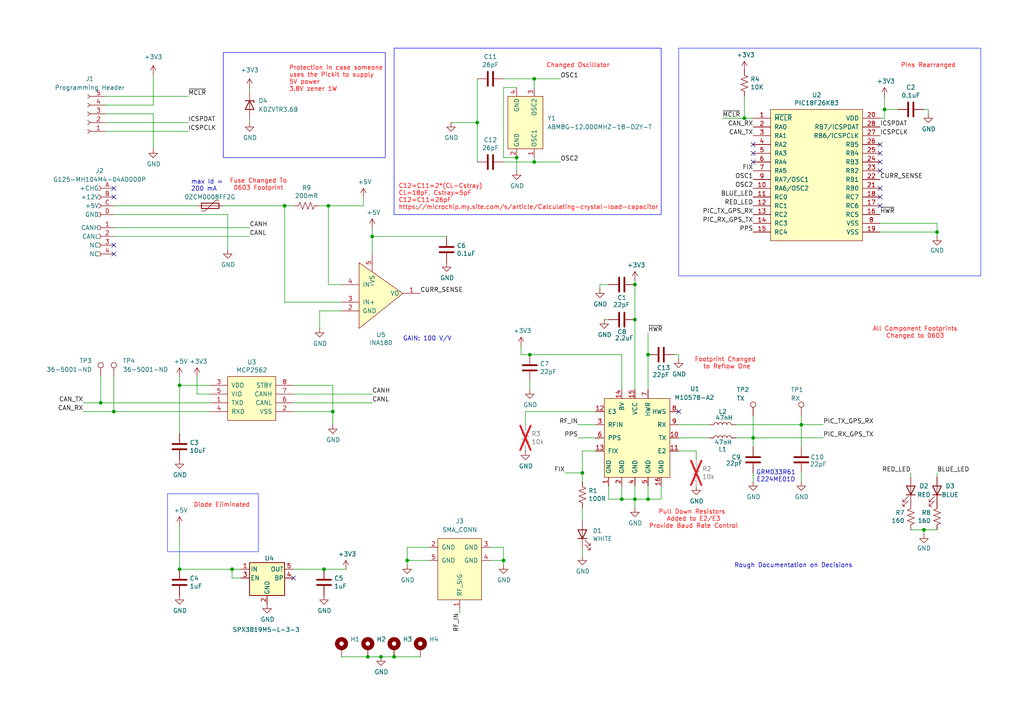
<source format=kicad_sch>
(kicad_sch (version 20250114) (generator "eeschema") (generator_version "9.0")
  (paper "A4")
  (title_block (title "GPS Board") (date "2025-11-09") (rev "AA") (company "Waterloo Rocketry") (comment 1 "Moved to new connector"))
  (lib_symbols
    (symbol "ABM8:ABM8"
      (property "Reference" "Y" (at 0 -6.858 0))
      (symbol "ABM8_1_1"
        (rectangle (start -7.62 5.08) (end 7.62 -5.08) (fill (type background)))
        (pin input line (at -10.16 2.54 0) (length 2.54) (name "OSC2") (number "3"))
        (pin input line (at -10.16 -2.54 0) (length 2.54) (name "GND") (number "4"))
        (pin input line (at 10.16 2.54 180) (length 2.54) (name "OSC1") (number "1"))
        (pin input line (at 10.16 -2.54 180) (length 2.54) (name "GND") (number "2"))
      )
    )
    (symbol "Connector:Conn_01x05_Socket" (pin_names (offset 1.016) (hide yes))
      (property "Reference" "J" (at 0 7.62 0))
      (property "Value" "Conn_01x05_Socket" (at 0 -7.62 0))
      (symbol "Conn_01x05_Socket_1_1"
        (polyline (pts (xy -1.27 5.08) (xy -0.508 5.08)) (stroke (width 0.1524)))
        (polyline (pts (xy -1.27 2.54) (xy -0.508 2.54)) (stroke (width 0.1524)))
        (polyline (pts (xy -1.27 0) (xy -0.508 0)) (stroke (width 0.1524)))
        (polyline (pts (xy -1.27 -2.54) (xy -0.508 -2.54)) (stroke (width 0.1524)))
        (polyline (pts (xy -1.27 -5.08) (xy -0.508 -5.08)) (stroke (width 0.1524)))
        (arc (start 0 4.572) (mid -0.5058 5.08) (end 0 5.588) (stroke (width 0.1524)))
        (arc (start 0 2.032) (mid -0.5058 2.54) (end 0 3.048) (stroke (width 0.1524)))
        (arc (start 0 -0.508) (mid -0.5058 0) (end 0 0.508) (stroke (width 0.1524)))
        (arc (start 0 -3.048) (mid -0.5058 -2.54) (end 0 -2.032) (stroke (width 0.1524)))
        (arc (start 0 -5.588) (mid -0.5058 -5.08) (end 0 -4.572) (stroke (width 0.1524)))
        (pin passive line (at -5.08 5.08 0) (length 3.81) (name "Pin_1") (number "1"))
        (pin passive line (at -5.08 2.54 0) (length 3.81) (name "Pin_2") (number "2"))
        (pin passive line (at -5.08 0 0) (length 3.81) (name "Pin_3") (number "3"))
        (pin passive line (at -5.08 -2.54 0) (length 3.81) (name "Pin_4") (number "4"))
        (pin passive line (at -5.08 -5.08 0) (length 3.81) (name "Pin_5") (number "5"))
      )
    )
    (symbol "Connector:TestPoint" (pin_numbers (hide yes)) (pin_names (offset 0.762) (hide yes))
      (property "Reference" "TP" (at 0 6.858 0))
      (property "Value" "TestPoint" (at 0 5.08 0))
      (symbol "TestPoint_0_1"
        (circle (center 0 3.302) (radius 0.762))
      )
      (symbol "TestPoint_1_1"
        (pin passive line (at 0 0 90) (length 2.54) (name "1") (number "1"))
      )
    )
    (symbol "Device:C" (pin_numbers (hide yes)) (pin_names (offset 0.254))
      (property "Reference" "C" (at 0.635 2.54 0))
      (property "Value" "C" (at 0.635 -2.54 0))
      (symbol "C_0_1"
        (polyline (pts (xy -2.032 0.762) (xy 2.032 0.762)) (stroke (width 0.508)))
        (polyline (pts (xy -2.032 -0.762) (xy 2.032 -0.762)) (stroke (width 0.508)))
      )
      (symbol "C_1_1"
        (pin passive line (at 0 3.81 270) (length 2.794) (name "~") (number "1"))
        (pin passive line (at 0 -3.81 90) (length 2.794) (name "~") (number "2"))
      )
    )
    (symbol "Device:D_Zener" (pin_numbers (hide yes)) (pin_names (offset 1.016) (hide yes))
      (property "Reference" "D" (at 0 2.54 0))
      (property "Value" "D_Zener" (at 0 -2.54 0))
      (symbol "D_Zener_0_1"
        (polyline (pts (xy -1.27 -1.27) (xy -1.27 1.27) (xy -0.762 1.27)) (stroke (width 0.254)))
        (polyline (pts (xy 1.27 0) (xy -1.27 0)))
        (polyline (pts (xy 1.27 -1.27) (xy 1.27 1.27) (xy -1.27 0) (xy 1.27 -1.27)) (stroke (width 0.254)))
      )
      (symbol "D_Zener_1_1"
        (pin passive line (at -3.81 0 0) (length 2.54) (name "K") (number "1"))
        (pin passive line (at 3.81 0 180) (length 2.54) (name "A") (number "2"))
      )
    )
    (symbol "Device:L" (pin_numbers (hide yes)) (pin_names (offset 1.016) (hide yes))
      (property "Reference" "L" (at -1.27 0 90))
      (property "Value" "L" (at 1.905 0 90))
      (symbol "L_0_1"
        (arc (start 0 2.54) (mid 0.6323 1.905) (end 0 1.27))
        (arc (start 0 1.27) (mid 0.6323 0.635) (end 0 0))
        (arc (start 0 0) (mid 0.6323 -0.635) (end 0 -1.27))
        (arc (start 0 -1.27) (mid 0.6323 -1.905) (end 0 -2.54))
      )
      (symbol "L_1_1"
        (pin passive line (at 0 3.81 270) (length 1.27) (name "1") (number "1"))
        (pin passive line (at 0 -3.81 90) (length 1.27) (name "2") (number "2"))
      )
    )
    (symbol "Device:LED" (pin_numbers (hide yes)) (pin_names (offset 1.016) (hide yes))
      (property "Reference" "D" (at 0 2.54 0))
      (property "Value" "LED" (at 0 -2.54 0))
      (symbol "LED_0_1"
        (polyline (pts (xy -3.048 -0.762) (xy -4.572 -2.286) (xy -3.81 -2.286) (xy -4.572 -2.286) (xy -4.572 -1.524)))
        (polyline (pts (xy -1.778 -0.762) (xy -3.302 -2.286) (xy -2.54 -2.286) (xy -3.302 -2.286) (xy -3.302 -1.524)))
        (polyline (pts (xy -1.27 0) (xy 1.27 0)))
        (polyline (pts (xy -1.27 -1.27) (xy -1.27 1.27)) (stroke (width 0.254)))
        (polyline (pts (xy 1.27 -1.27) (xy 1.27 1.27) (xy -1.27 0) (xy 1.27 -1.27)) (stroke (width 0.254)))
      )
      (symbol "LED_1_1"
        (pin passive line (at -3.81 0 0) (length 2.54) (name "K") (number "1"))
        (pin passive line (at 3.81 0 180) (length 2.54) (name "A") (number "2"))
      )
    )
    (symbol "Device:Polyfuse" (pin_numbers (hide yes)) (pin_names (offset 0))
      (property "Reference" "F" (at -2.54 0 90))
      (property "Value" "Polyfuse" (at 2.54 0 90))
      (symbol "Polyfuse_0_1"
        (polyline (pts (xy -1.524 2.54) (xy -1.524 1.524) (xy 1.524 -1.524) (xy 1.524 -2.54)))
        (rectangle (start -0.762 2.54) (end 0.762 -2.54) (stroke (width 0.254)))
        (polyline (pts (xy 0 2.54) (xy 0 -2.54)))
      )
      (symbol "Polyfuse_1_1"
        (pin passive line (at 0 3.81 270) (length 1.27) (name "~") (number "1"))
        (pin passive line (at 0 -3.81 90) (length 1.27) (name "~") (number "2"))
      )
    )
    (symbol "Device:R_US" (pin_numbers (hide yes)) (pin_names (offset 0))
      (property "Reference" "R" (at 2.54 0 90))
      (property "Value" "R_US" (at -2.54 0 90))
      (symbol "R_US_0_1"
        (polyline (pts (xy 0 2.286) (xy 0 2.54)))
        (polyline (pts (xy 0 2.286) (xy 1.016 1.905) (xy 0 1.524) (xy -1.016 1.143) (xy 0 0.762)))
        (polyline (pts (xy 0 0.762) (xy 1.016 0.381) (xy 0 0) (xy -1.016 -0.381) (xy 0 -0.762)))
        (polyline (pts (xy 0 -0.762) (xy 1.016 -1.143) (xy 0 -1.524) (xy -1.016 -1.905) (xy 0 -2.286)))
        (polyline (pts (xy 0 -2.286) (xy 0 -2.54)))
      )
      (symbol "R_US_1_1"
        (pin passive line (at 0 3.81 270) (length 1.27) (name "~") (number "1"))
        (pin passive line (at 0 -3.81 90) (length 1.27) (name "~") (number "2"))
      )
    )
    (symbol "Mechanical:MountingHole_Pad" (pin_numbers (hide yes)) (pin_names (offset 1.016) (hide yes)) (in_bom no)
      (property "Reference" "H" (at 0 6.35 0))
      (property "Value" "MountingHole_Pad" (at 0 4.445 0))
      (symbol "MountingHole_Pad_0_1"
        (circle (center 0 1.27) (radius 1.27) (stroke (width 1.27)))
      )
      (symbol "MountingHole_Pad_1_1"
        (pin input line (at 0 -2.54 90) (length 2.54) (name "1") (number "1"))
      )
    )
    (symbol "Regulator_Linear:SPX3819M5-L-3-3" (pin_names (offset 0.254))
      (property "Reference" "U" (at -3.81 5.715 0))
      (property "Value" "SPX3819M5-L-3-3" (at 0 5.715 0))
      (symbol "SPX3819M5-L-3-3_0_1"
        (rectangle (start -5.08 4.445) (end 5.08 -5.08) (stroke (width 0.254)) (fill (type background)))
      )
      (symbol "SPX3819M5-L-3-3_1_1"
        (pin power_in line (at -7.62 2.54 0) (length 2.54) (name "IN") (number "1"))
        (pin input line (at -7.62 0 0) (length 2.54) (name "EN") (number "3"))
        (pin power_in line (at 0 -7.62 90) (length 2.54) (name "GND") (number "2"))
        (pin power_out line (at 7.62 2.54 180) (length 2.54) (name "OUT") (number "5"))
        (pin input line (at 7.62 0 180) (length 2.54) (name "BP") (number "4"))
      )
    )
    (symbol "canhw:G125-MH104M4-04AD000P"
      (property "Reference" "J" (at 0 2.032 0))
      (property "Value" "G125-MH104M4-04AD000P" (at 0 0 0))
      (symbol "G125-MH104M4-04AD000P_0_1"
        (arc (start -1.905 -3.175) (mid -1.27 -3.81) (end -1.905 -4.445))
        (arc (start -1.905 -5.715) (mid -1.27 -6.35) (end -1.905 -6.985))
        (arc (start -1.905 -8.255) (mid -1.27 -8.89) (end -1.905 -9.525))
        (arc (start -1.905 -10.795) (mid -1.27 -11.43) (end -1.905 -12.065))
        (arc (start -1.905 -14.605) (mid -1.27 -15.24) (end -1.905 -15.875))
        (arc (start -1.905 -17.145) (mid -1.27 -17.78) (end -1.905 -18.415))
        (arc (start -1.905 -19.685) (mid -1.27 -20.32) (end -1.905 -20.955))
        (arc (start -1.905 -22.225) (mid -1.27 -22.86) (end -1.905 -23.495))
      )
      (symbol "G125-MH104M4-04AD000P_1_1"
        (pin input line (at 2.54 -3.81 180) (length 3.81) (name "+CHG") (number "A"))
        (pin input line (at 2.54 -6.35 180) (length 3.81) (name "+12V") (number "B"))
        (pin input line (at 2.54 -8.89 180) (length 3.81) (name "+5V") (number "C"))
        (pin input line (at 2.54 -11.43 180) (length 3.81) (name "GND") (number "D"))
        (pin input line (at 2.54 -15.24 180) (length 3.81) (name "CANH") (number "1"))
        (pin input line (at 2.54 -17.78 180) (length 3.81) (name "CANL") (number "2"))
        (pin input line (at 2.54 -20.32 180) (length 3.81) (name "NC") (number "3"))
        (pin input line (at 2.54 -22.86 180) (length 3.81) (name "NC") (number "4"))
      )
    )
    (symbol "canhw:INA180" (pin_names (offset 1.016))
      (property "Reference" "U" (at -5.08 13.97 0))
      (property "Value" "INA180" (at -11.43 15.24 0))
      (symbol "INA180_0_1"
        (polyline (pts (xy -7.62 8.89) (xy -7.62 -10.16) (xy 5.08 0)) (fill (type background)))
        (polyline (pts (xy 5.08 0) (xy -7.62 8.89)))
      )
      (symbol "INA180_1_1"
        (pin input line (at -12.7 2.54 0) (length 5.08) (name "IN-") (number "4"))
        (pin input line (at -12.7 -2.54 0) (length 5.08) (name "IN+") (number "3"))
        (pin power_in line (at -12.7 -5.08 0) (length 5.08) (name "GND") (number "2"))
        (pin power_in line (at -3.81 11.43 270) (length 5.08) (name "VS") (number "5"))
        (pin output line (at 10.16 0 180) (length 5.08) (name "VO") (number "1"))
      )
    )
    (symbol "canhw:M10578-A2" (pin_names (offset 1.016))
      (property "Reference" "U" (at 0 17.78 0))
      (property "Value" "M10578-A2" (at 0 15.24 0))
      (symbol "M10578-A2_0_1"
        (rectangle (start -8.89 8.89) (end 10.16 -13.97) (fill (type background)))
      )
      (symbol "M10578-A2_1_1"
        (pin input line (at -11.43 5.08 0) (length 2.54) (name "E3") (number "12"))
        (pin input line (at -11.43 1.27 0) (length 2.54) (name "RFIN") (number "3"))
        (pin input line (at -11.43 -2.54 0) (length 2.54) (name "PPS") (number "6"))
        (pin input line (at -11.43 -6.35 0) (length 2.54) (name "FIX") (number "13"))
        (pin input line (at -7.62 -16.51 90) (length 2.54) (name "GND") (number "1"))
        (pin input line (at -3.81 11.43 270) (length 2.54) (name "BV") (number "14"))
        (pin input line (at -3.81 -16.51 90) (length 2.54) (name "GND") (number "2"))
        (pin input line (at 0 11.43 270) (length 2.54) (name "VCC") (number "15"))
        (pin input line (at 0 -16.51 90) (length 2.54) (name "GND") (number "4"))
        (pin input line (at 3.81 11.43 270) (length 2.54) (name "HWR") (number "7"))
        (pin input line (at 3.81 -16.51 90) (length 2.54) (name "GND") (number "5"))
        (pin input line (at 7.62 -16.51 90) (length 2.54) (name "GND") (number "16"))
        (pin input line (at 12.7 5.08 180) (length 2.54) (name "HWS") (number "8"))
        (pin input line (at 12.7 1.27 180) (length 2.54) (name "RX") (number "9"))
        (pin input line (at 12.7 -2.54 180) (length 2.54) (name "TX") (number "10"))
        (pin input line (at 12.7 -6.35 180) (length 2.54) (name "E2") (number "11"))
      )
    )
    (symbol "canhw:MCP2562" (pin_names (offset 1.016))
      (property "Reference" "U" (at 5.08 3.81 0))
      (property "Value" "MCP2562" (at -3.81 3.81 0))
      (symbol "MCP2562_0_1"
        (rectangle (start -7.62 2.54) (end 6.35 -10.16) (fill (type background)))
      )
      (symbol "MCP2562_1_1"
        (pin power_in line (at -12.7 0 0) (length 5.08) (name "VDD") (number "3"))
        (pin bidirectional line (at -12.7 -2.54 0) (length 5.08) (name "VIO") (number "5"))
        (pin bidirectional line (at -12.7 -5.08 0) (length 5.08) (name "TXD") (number "1"))
        (pin bidirectional line (at -12.7 -7.62 0) (length 5.08) (name "RXD") (number "4"))
        (pin bidirectional line (at 11.43 0 180) (length 5.08) (name "STBY") (number "8"))
        (pin bidirectional line (at 11.43 -2.54 180) (length 5.08) (name "CANH") (number "7"))
        (pin bidirectional line (at 11.43 -5.08 180) (length 5.08) (name "CANL") (number "6"))
        (pin power_in line (at 11.43 -7.62 180) (length 5.08) (name "VSS") (number "2"))
      )
    )
    (symbol "canhw:PIC18LF26K83" (pin_names (offset 1.016))
      (property "Reference" "U" (at 0 22.86 0))
      (property "Value" "PIC18LF26K83" (at 0 20.32 0))
      (symbol "PIC18LF26K83_1_1"
        (rectangle (start -13.97 17.78) (end 12.7 -20.32) (fill (type background)))
        (pin input line (at -19.05 15.24 0) (length 5.08) (name "~{MCLR}") (number "1"))
        (pin bidirectional line (at -19.05 12.7 0) (length 5.08) (name "RA0") (number "2"))
        (pin bidirectional line (at -19.05 10.16 0) (length 5.08) (name "RA1") (number "3"))
        (pin bidirectional line (at -19.05 7.62 0) (length 5.08) (name "RA2") (number "4"))
        (pin bidirectional line (at -19.05 5.08 0) (length 5.08) (name "RA3") (number "5"))
        (pin bidirectional line (at -19.05 2.54 0) (length 5.08) (name "RA4") (number "6"))
        (pin bidirectional line (at -19.05 0 0) (length 5.08) (name "RA5") (number "7"))
        (pin bidirectional line (at -19.05 -2.54 0) (length 5.08) (name "RA7/OSC1") (number "9"))
        (pin bidirectional line (at -19.05 -5.08 0) (length 5.08) (name "RA6/OSC2") (number "10"))
        (pin bidirectional line (at -19.05 -7.62 0) (length 5.08) (name "RC0") (number "11"))
        (pin bidirectional line (at -19.05 -10.16 0) (length 5.08) (name "RC1") (number "12"))
        (pin bidirectional line (at -19.05 -12.7 0) (length 5.08) (name "RC2") (number "13"))
        (pin bidirectional line (at -19.05 -15.24 0) (length 5.08) (name "RC3") (number "14"))
        (pin bidirectional line (at -19.05 -17.78 0) (length 5.08) (name "RC4") (number "15"))
        (pin power_in line (at 17.78 15.24 180) (length 5.08) (name "VDD") (number "20"))
        (pin bidirectional line (at 17.78 12.7 180) (length 5.08) (name "RB7/ICSPDAT") (number "28"))
        (pin bidirectional line (at 17.78 10.16 180) (length 5.08) (name "RB6/ICSPCLK") (number "27"))
        (pin bidirectional line (at 17.78 7.62 180) (length 5.08) (name "RB5") (number "26"))
        (pin bidirectional line (at 17.78 5.08 180) (length 5.08) (name "RB4") (number "25"))
        (pin bidirectional line (at 17.78 2.54 180) (length 5.08) (name "RB3") (number "24"))
        (pin bidirectional line (at 17.78 0 180) (length 5.08) (name "RB2") (number "23"))
        (pin bidirectional line (at 17.78 -2.54 180) (length 5.08) (name "RB1") (number "22"))
        (pin bidirectional line (at 17.78 -5.08 180) (length 5.08) (name "RB0") (number "21"))
        (pin bidirectional line (at 17.78 -7.62 180) (length 5.08) (name "RC7") (number "18"))
        (pin bidirectional line (at 17.78 -10.16 180) (length 5.08) (name "RC6") (number "17"))
        (pin bidirectional line (at 17.78 -12.7 180) (length 5.08) (name "RC5") (number "16"))
        (pin power_in line (at 17.78 -15.24 180) (length 5.08) (name "VSS") (number "8"))
        (pin power_in line (at 17.78 -17.78 180) (length 5.08) (name "VSS") (number "19"))
      )
    )
    (symbol "canhw:SMA_CONN" (pin_names (offset 1.016))
      (property "Reference" "J" (at 0 12.954 0))
      (property "Value" "SMA_CONN" (at 0 10.414 0))
      (symbol "SMA_CONN_0_1"
        (rectangle (start -6.35 8.89) (end 6.35 -8.89) (fill (type background)))
      )
      (symbol "SMA_CONN_1_1"
        (pin input line (at -8.89 6.35 0) (length 2.54) (name "GND") (number "2"))
        (pin input line (at -8.89 2.54 0) (length 2.54) (name "GND") (number "5"))
        (pin input line (at 0 -11.43 90) (length 2.54) (name "RF_SIG") (number "1"))
        (pin input line (at 8.89 6.35 180) (length 2.54) (name "GND") (number "3"))
        (pin input line (at 8.89 2.54 180) (length 2.54) (name "GND") (number "4"))
      )
    )
    (symbol "power:+3V3" (power) (pin_numbers (hide yes)) (pin_names (offset 0) (hide yes))
      (property "Value" "+3V3" (at 0 3.556 0))
      (symbol "+3V3_0_1"
        (polyline (pts (xy -0.762 1.27) (xy 0 2.54)))
        (polyline (pts (xy 0 2.54) (xy 0.762 1.27)))
        (polyline (pts (xy 0 0) (xy 0 2.54)))
      )
      (symbol "+3V3_1_1"
        (pin power_in line (at 0 0 90) (length 0) (name "~") (number "1"))
      )
    )
    (symbol "power:+5V" (power) (pin_numbers (hide yes)) (pin_names (offset 0) (hide yes))
      (property "Value" "+5V" (at 0 3.556 0))
      (symbol "+5V_0_1"
        (polyline (pts (xy -0.762 1.27) (xy 0 2.54)))
        (polyline (pts (xy 0 2.54) (xy 0.762 1.27)))
        (polyline (pts (xy 0 0) (xy 0 2.54)))
      )
      (symbol "+5V_1_1"
        (pin power_in line (at 0 0 90) (length 0) (name "~") (number "1"))
      )
    )
    (symbol "power:GND" (power) (pin_numbers (hide yes)) (pin_names (offset 0) (hide yes))
      (property "Value" "GND" (at 0 -3.81 0))
      (symbol "GND_0_1"
        (polyline (pts (xy 0 0) (xy 0 -1.27) (xy 1.27 -1.27) (xy 0 -2.54) (xy -1.27 -1.27) (xy 0 -1.27)))
      )
      (symbol "GND_1_1"
        (pin power_in line (at 0 0 270) (length 0) (name "~") (number "1"))
      )
    )
  )
  (rectangle (start 48.5775 143.1925) (end 74.9299 160.0199) (stroke (width 0) (color 36 52 255 1)))
  (rectangle (start 196.85 13.97) (end 284.48 80.01) (stroke (width 0) (color 36 52 255 1)))
  (rectangle (start 114.3 13.97) (end 191.77 62.23) (stroke (width 0) (color 0 0 255 1)))
  (rectangle (start 64.77 15.24) (end 111.76 45.72) (stroke (width 0) (color 0 0 255 1)))
  (text "Pull Down Resistors \nAdded to E2/E3\nProvide Baud Rate Control\n" (at 201.168 150.622 0) (effects (font (size 1.27 1.27))))
  (text "GAIN: 100 V/V" (at 116.84 99.06 0) (effects (font (size 1.27 1.27)) (justify left bottom)))
  (text "Changed Oscillator\n" (at 167.64 19.05 0) (effects (font (size 1.27 1.27))))
  (text "Diode Eliminated\n" (at 56.134 146.558 0) (effects (font (size 1.27 1.27)) (justify left)))
  (text "Rough Documentation on Decisions" (at 230.124 164.084 0) (effects (font (size 1.27 1.27))))
  (text "Fuse Changed To \n0603 Footprint \n" (at 75.438 53.594 0) (effects (font (size 1.27 1.27))))
  (text "All Component Footprints\nChanged to 0603" (at 265.43 96.52 0) (effects (font (size 1.27 1.27))))
  (text "Protection in case someone \nuses the Pickit to supply \n5V power\n3.8V zener 1W\n" (at 83.82 22.86 0) (effects (font (size 1.27 1.27)) (justify left)))
  (text "Footprint Changed \nto Reflow One\n" (at 210.82 105.41 0) (effects (font (size 1.27 1.27))))
  (text "C12=C11=2*(CL-Cstray)\nCL=18pF, Cstray=5pF\nC12=C11=26pF\nhttps://microchip.my.site.com/s/article/Calculating-crystal-load-capacitor" (at 115.57 57.15 0) (effects (font (size 1.27 1.27)) (justify left)))
  (text "max Id =\n200 mA" (at 55.372 55.626 0) (effects (font (size 1.27 1.27)) (justify left bottom)))
  (text "Pins Rearranged" (at 269.24 19.05 0) (effects (font (size 1.27 1.27))))
  (text "GRM033R61\nE224ME01D" (at 225.044 138.176 0) (effects (font (size 1.27 1.27))))
  (junction (at 118.11 162.56))
  (junction (at 271.78 67.31))
  (junction (at 184.15 92.71))
  (junction (at 114.3 190.5))
  (junction (at 168.91 137.16))
  (junction (at 106.68 190.5))
  (junction (at 256.54 31.75))
  (junction (at 52.07 111.76))
  (junction (at 267.97 153.67))
  (junction (at 95.25 59.69))
  (junction (at 52.07 165.1))
  (junction (at 93.98 165.1))
  (junction (at 153.67 102.87))
  (junction (at 33.02 119.38))
  (junction (at 154.94 22.86))
  (junction (at 82.55 59.69))
  (junction (at 187.96 102.87))
  (junction (at 110.49 190.5))
  (junction (at 184.15 144.78))
  (junction (at 232.41 123.19))
  (junction (at 149.86 45.72))
  (junction (at 184.15 82.55))
  (junction (at 215.9 34.29))
  (junction (at 218.44 127))
  (junction (at 146.05 162.56))
  (junction (at 138.43 35.56))
  (junction (at 154.94 46.99))
  (junction (at 96.52 119.38))
  (junction (at 180.34 144.78))
  (junction (at 29.21 116.84))
  (junction (at 67.31 165.1))
  (junction (at 187.96 144.78))
  (junction (at 107.95 68.58))
  (no_connect (at 255.27 54.61))
  (no_connect (at 196.85 119.38))
  (no_connect (at 255.27 46.99))
  (no_connect (at 255.27 49.53))
  (no_connect (at 33.02 71.12))
  (no_connect (at 33.02 54.61))
  (no_connect (at 255.27 41.91))
  (no_connect (at 255.27 44.45))
  (no_connect (at 218.44 46.99))
  (no_connect (at 218.44 44.45))
  (no_connect (at 33.02 73.66))
  (no_connect (at 218.44 41.91))
  (no_connect (at 85.09 167.64))
  (no_connect (at 255.27 57.15))
  (no_connect (at 33.02 57.15))
  (no_connect (at 255.27 59.69))
  (wire (pts (xy 72.39 34.29) (xy 72.39 35.56)))
  (wire (pts (xy 154.94 22.86) (xy 162.56 22.86)))
  (wire (pts (xy 176.53 92.71) (xy 175.26 92.71)))
  (wire (pts (xy 218.44 137.16) (xy 218.44 139.7)))
  (wire (pts (xy 172.72 127) (xy 167.64 127)))
  (wire (pts (xy 201.93 130.81) (xy 201.93 133.35)))
  (wire (pts (xy 133.35 176.53) (xy 133.35 177.8)))
  (wire (pts (xy 99.06 87.63) (xy 82.55 87.63)))
  (wire (pts (xy 215.9 27.94) (xy 215.9 34.29)))
  (wire (pts (xy 99.06 82.55) (xy 95.25 82.55)))
  (wire (pts (xy 154.94 22.86) (xy 154.94 25.4)))
  (wire (pts (xy 187.96 144.78) (xy 191.77 144.78)))
  (wire (pts (xy 195.58 102.87) (xy 196.85 102.87)))
  (wire (pts (xy 66.04 62.23) (xy 66.04 72.39)))
  (wire (pts (xy 100.33 165.1) (xy 93.98 165.1)))
  (wire (pts (xy 60.96 116.84) (xy 29.21 116.84)))
  (wire (pts (xy 72.39 66.04) (xy 33.02 66.04)))
  (wire (pts (xy 269.24 31.75) (xy 269.24 33.02)))
  (wire (pts (xy 82.55 59.69) (xy 85.09 59.69)))
  (wire (pts (xy 256.54 34.29) (xy 256.54 31.75)))
  (wire (pts (xy 151.13 100.33) (xy 151.13 102.87)))
  (wire (pts (xy 82.55 87.63) (xy 82.55 59.69)))
  (wire (pts (xy 180.34 102.87) (xy 180.34 113.03)))
  (wire (pts (xy 176.53 140.97) (xy 176.53 144.78)))
  (wire (pts (xy 154.94 46.99) (xy 162.56 46.99)))
  (wire (pts (xy 267.97 31.75) (xy 269.24 31.75)))
  (wire (pts (xy 67.31 167.64) (xy 69.85 167.64)))
  (wire (pts (xy 232.41 137.16) (xy 232.41 139.7)))
  (wire (pts (xy 168.91 158.75) (xy 168.91 161.29)))
  (wire (pts (xy 168.91 137.16) (xy 168.91 139.7)))
  (wire (pts (xy 33.02 59.69) (xy 57.15 59.69)))
  (wire (pts (xy 85.09 111.76) (xy 96.52 111.76)))
  (wire (pts (xy 107.95 66.04) (xy 107.95 68.58)))
  (wire (pts (xy 106.68 190.5) (xy 110.49 190.5)))
  (wire (pts (xy 44.45 21.59) (xy 44.45 30.48)))
  (wire (pts (xy 44.45 33.02) (xy 44.45 43.18)))
  (wire (pts (xy 232.41 123.19) (xy 238.76 123.19)))
  (wire (pts (xy 151.13 102.87) (xy 153.67 102.87)))
  (wire (pts (xy 187.96 96.52) (xy 187.96 102.87)))
  (wire (pts (xy 30.48 27.94) (xy 54.61 27.94)))
  (wire (pts (xy 264.16 137.16) (xy 264.16 138.43)))
  (wire (pts (xy 64.77 59.69) (xy 82.55 59.69)))
  (wire (pts (xy 153.67 110.49) (xy 153.67 113.03)))
  (wire (pts (xy 149.86 25.4) (xy 146.05 25.4)))
  (wire (pts (xy 187.96 144.78) (xy 184.15 144.78)))
  (wire (pts (xy 209.55 34.29) (xy 215.9 34.29)))
  (wire (pts (xy 173.99 82.55) (xy 173.99 83.82)))
  (wire (pts (xy 196.85 102.87) (xy 196.85 104.14)))
  (wire (pts (xy 67.31 167.64) (xy 67.31 165.1)))
  (wire (pts (xy 33.02 62.23) (xy 66.04 62.23)))
  (wire (pts (xy 107.95 68.58) (xy 107.95 73.66)))
  (wire (pts (xy 184.15 147.32) (xy 184.15 144.78)))
  (wire (pts (xy 168.91 130.81) (xy 172.72 130.81)))
  (wire (pts (xy 92.71 90.17) (xy 99.06 90.17)))
  (wire (pts (xy 255.27 64.77) (xy 271.78 64.77)))
  (wire (pts (xy 163.83 137.16) (xy 168.91 137.16)))
  (wire (pts (xy 271.78 153.67) (xy 267.97 153.67)))
  (wire (pts (xy 191.77 140.97) (xy 191.77 144.78)))
  (wire (pts (xy 267.97 154.94) (xy 267.97 153.67)))
  (wire (pts (xy 142.24 158.75) (xy 146.05 158.75)))
  (wire (pts (xy 213.36 127) (xy 218.44 127)))
  (wire (pts (xy 267.97 153.67) (xy 264.16 153.67)))
  (wire (pts (xy 105.41 59.69) (xy 105.41 57.15)))
  (wire (pts (xy 138.43 22.86) (xy 138.43 35.56)))
  (wire (pts (xy 153.67 102.87) (xy 180.34 102.87)))
  (wire (pts (xy 271.78 68.58) (xy 271.78 67.31)))
  (wire (pts (xy 146.05 163.83) (xy 146.05 162.56)))
  (wire (pts (xy 196.85 123.19) (xy 205.74 123.19)))
  (wire (pts (xy 96.52 111.76) (xy 96.52 119.38)))
  (wire (pts (xy 138.43 35.56) (xy 130.81 35.56)))
  (wire (pts (xy 85.09 114.3) (xy 107.95 114.3)))
  (wire (pts (xy 146.05 25.4) (xy 146.05 45.72)))
  (wire (pts (xy 95.25 59.69) (xy 105.41 59.69)))
  (wire (pts (xy 52.07 165.1) (xy 67.31 165.1)))
  (wire (pts (xy 60.96 111.76) (xy 52.07 111.76)))
  (wire (pts (xy 168.91 130.81) (xy 168.91 137.16)))
  (wire (pts (xy 146.05 45.72) (xy 149.86 45.72)))
  (wire (pts (xy 29.21 116.84) (xy 24.13 116.84)))
  (wire (pts (xy 255.27 67.31) (xy 271.78 67.31)))
  (wire (pts (xy 72.39 25.4) (xy 72.39 26.67)))
  (wire (pts (xy 30.48 35.56) (xy 54.61 35.56)))
  (wire (pts (xy 110.49 190.5) (xy 114.3 190.5)))
  (wire (pts (xy 152.4 119.38) (xy 152.4 123.19)))
  (wire (pts (xy 146.05 22.86) (xy 154.94 22.86)))
  (wire (pts (xy 146.05 158.75) (xy 146.05 162.56)))
  (wire (pts (xy 184.15 81.28) (xy 184.15 82.55)))
  (wire (pts (xy 232.41 120.65) (xy 232.41 123.19)))
  (wire (pts (xy 57.15 114.3) (xy 60.96 114.3)))
  (wire (pts (xy 92.71 90.17) (xy 92.71 95.25)))
  (wire (pts (xy 255.27 34.29) (xy 256.54 34.29)))
  (wire (pts (xy 52.07 152.4) (xy 52.07 165.1)))
  (wire (pts (xy 196.85 130.81) (xy 201.93 130.81)))
  (wire (pts (xy 33.02 109.22) (xy 33.02 119.38)))
  (wire (pts (xy 142.24 162.56) (xy 146.05 162.56)))
  (wire (pts (xy 168.91 147.32) (xy 168.91 151.13)))
  (wire (pts (xy 138.43 35.56) (xy 138.43 46.99)))
  (wire (pts (xy 271.78 64.77) (xy 271.78 67.31)))
  (wire (pts (xy 154.94 45.72) (xy 154.94 46.99)))
  (wire (pts (xy 67.31 165.1) (xy 69.85 165.1)))
  (wire (pts (xy 85.09 119.38) (xy 96.52 119.38)))
  (wire (pts (xy 92.71 59.69) (xy 95.25 59.69)))
  (wire (pts (xy 218.44 129.54) (xy 218.44 127)))
  (wire (pts (xy 187.96 102.87) (xy 187.96 113.03)))
  (wire (pts (xy 52.07 109.22) (xy 52.07 111.76)))
  (wire (pts (xy 85.09 165.1) (xy 93.98 165.1)))
  (wire (pts (xy 72.39 68.58) (xy 33.02 68.58)))
  (wire (pts (xy 30.48 38.1) (xy 54.61 38.1)))
  (wire (pts (xy 180.34 144.78) (xy 184.15 144.78)))
  (wire (pts (xy 184.15 82.55) (xy 184.15 92.71)))
  (wire (pts (xy 99.06 190.5) (xy 106.68 190.5)))
  (wire (pts (xy 232.41 123.19) (xy 232.41 129.54)))
  (wire (pts (xy 96.52 119.38) (xy 96.52 123.19)))
  (wire (pts (xy 256.54 31.75) (xy 256.54 27.94)))
  (wire (pts (xy 213.36 123.19) (xy 232.41 123.19)))
  (wire (pts (xy 260.35 31.75) (xy 256.54 31.75)))
  (wire (pts (xy 30.48 33.02) (xy 44.45 33.02)))
  (wire (pts (xy 218.44 120.65) (xy 218.44 127)))
  (wire (pts (xy 95.25 82.55) (xy 95.25 59.69)))
  (wire (pts (xy 33.02 119.38) (xy 24.13 119.38)))
  (wire (pts (xy 57.15 109.22) (xy 57.15 114.3)))
  (wire (pts (xy 85.09 116.84) (xy 107.95 116.84)))
  (wire (pts (xy 271.78 137.16) (xy 271.78 138.43)))
  (wire (pts (xy 149.86 45.72) (xy 149.86 49.53)))
  (wire (pts (xy 184.15 140.97) (xy 184.15 144.78)))
  (wire (pts (xy 184.15 92.71) (xy 184.15 113.03)))
  (wire (pts (xy 146.05 46.99) (xy 154.94 46.99)))
  (wire (pts (xy 180.34 140.97) (xy 180.34 144.78)))
  (wire (pts (xy 52.07 111.76) (xy 52.07 125.73)))
  (wire (pts (xy 176.53 144.78) (xy 180.34 144.78)))
  (wire (pts (xy 167.64 123.19) (xy 172.72 123.19)))
  (wire (pts (xy 29.21 109.22) (xy 29.21 116.84)))
  (wire (pts (xy 215.9 34.29) (xy 218.44 34.29)))
  (wire (pts (xy 176.53 82.55) (xy 173.99 82.55)))
  (wire (pts (xy 205.74 127) (xy 196.85 127)))
  (wire (pts (xy 187.96 140.97) (xy 187.96 144.78)))
  (wire (pts (xy 172.72 119.38) (xy 152.4 119.38)))
  (wire (pts (xy 124.46 158.75) (xy 118.11 158.75)))
  (wire (pts (xy 118.11 163.83) (xy 118.11 162.56)))
  (wire (pts (xy 114.3 190.5) (xy 121.92 190.5)))
  (wire (pts (xy 60.96 119.38) (xy 33.02 119.38)))
  (wire (pts (xy 124.46 162.56) (xy 118.11 162.56)))
  (wire (pts (xy 129.54 68.58) (xy 107.95 68.58)))
  (wire (pts (xy 218.44 127) (xy 238.76 127)))
  (wire (pts (xy 44.45 30.48) (xy 30.48 30.48)))
  (wire (pts (xy 118.11 158.75) (xy 118.11 162.56)))
  (label "FIX" (at 163.83 137.16 180))
  (label "PIC_RX_GPS_TX" (at 218.44 64.77 180))
  (label "PPS" (at 218.44 67.31 180))
  (label "PIC_RX_GPS_TX" (at 238.76 127 0))
  (label "CANH" (at 72.39 66.04 0))
  (label "CAN_RX" (at 24.13 119.38 180))
  (label "OSC2" (at 218.44 54.61 180))
  (label "RED_LED" (at 264.16 137.16 180))
  (label "PIC_TX_GPS_RX" (at 238.76 123.19 0))
  (label "CANH" (at 107.95 114.3 0))
  (label "ICSPCLK" (at 54.61 38.1 0))
  (label "CURR_SENSE" (at 255.27 52.07 0))
  (label "~{MCLR}" (at 54.61 27.94 0))
  (label "CURR_SENSE" (at 121.92 85.09 0))
  (label "PPS" (at 167.64 127 180))
  (label "CAN_TX" (at 218.44 39.37 180))
  (label "CAN_TX" (at 24.13 116.84 180))
  (label "OSC1" (at 162.56 22.86 0))
  (label "PIC_TX_GPS_RX" (at 218.44 62.23 180))
  (label "RF_IN" (at 133.35 177.8 270))
  (label "CANL" (at 72.39 68.58 0))
  (label "BLUE_LED" (at 218.44 57.15 180))
  (label "ICSPCLK" (at 255.27 39.37 0))
  (label "CAN_RX" (at 218.44 36.83 180))
  (label "BLUE_LED" (at 271.78 137.16 0))
  (label "RF_IN" (at 167.64 123.19 180))
  (label "OSC2" (at 162.56 46.99 0))
  (label "~{HWR}" (at 255.27 62.23 0))
  (label "RED_LED" (at 218.44 59.69 180))
  (label "ICSPDAT" (at 255.27 36.83 0))
  (label "~{HWR}" (at 187.96 96.52 0))
  (label "FIX" (at 218.44 49.53 180))
  (label "OSC1" (at 218.44 52.07 180))
  (label "CANL" (at 107.95 116.84 0))
  (label "ICSPDAT" (at 54.61 35.56 0))
  (label "~{MCLR}" (at 209.55 34.29 0))
  (symbol (lib_id "power:GND") (at 269.24 33.02 0) (unit 1)
    (property "Reference" "#PWR012" (effects (hide yes)))
    (property "Value" "GND" (at 269.367 37.4142 0))
    (property "Description" "Power symbol creates a global label with name \"GND\" , ground" (effects (hide yes)))
  )
  (symbol (lib_id "power:GND") (at 271.78 68.58 0) (unit 1)
    (property "Reference" "#PWR013" (effects (hide yes)))
    (property "Value" "GND" (at 271.78 72.644 0))
    (property "Description" "Power symbol creates a global label with name \"GND\" , ground" (effects (hide yes)))
  )
  (symbol (lib_id "Device:C") (at 264.16 31.75 270) (unit 1)
    (property "Reference" "C2" (at 264.16 25.3492 90))
    (property "Value" "0.1uF" (at 264.16 27.6606 90))
    (property "Footprint" "Capacitor_SMD:C_0603_1608Metric_Pad1.08x0.95mm_HandSolder" (effects (hide yes)))
    (property "Description" "Unpolarized capacitor" (effects (hide yes)))
  )
  (symbol (lib_id "Device:LED") (at 264.16 142.24 270) (mirror x) (unit 1)
    (property "Reference" "D2" (at 267.97 140.97 90))
    (property "Value" "RED" (at 267.97 143.51 90))
    (property "Footprint" "LED_SMD:LED_1206_3216Metric_Pad1.42x1.75mm_HandSolder" (effects (hide yes)))
    (property "Description" "Light emitting diode" (effects (hide yes)))
    (property "Sim.Pins" "1=K 2=A" (effects (hide yes)))
  )
  (symbol (lib_id "Device:R_US") (at 271.78 149.86 0) (mirror y) (unit 1)
    (property "Reference" "R8" (at 270.002 148.6916 0) (effects (justify left)))
    (property "Value" "160" (at 270.002 151.003 0) (effects (justify left)))
    (property "Footprint" "Resistor_SMD:R_0603_1608Metric_Pad0.98x0.95mm_HandSolder" (effects (hide yes)))
    (property "Description" "Resistor, US symbol" (effects (hide yes)))
  )
  (symbol (lib_id "Device:R_US") (at 264.16 149.86 0) (mirror y) (unit 1)
    (property "Reference" "R7" (at 262.382 148.6916 0) (effects (justify left)))
    (property "Value" "160" (at 262.382 151.003 0) (effects (justify left)))
    (property "Footprint" "Resistor_SMD:R_0603_1608Metric_Pad0.98x0.95mm_HandSolder" (effects (hide yes)))
    (property "Description" "Resistor, US symbol" (effects (hide yes)))
  )
  (symbol (lib_id "Device:LED") (at 271.78 142.24 270) (mirror x) (unit 1)
    (property "Reference" "D3" (at 275.59 140.97 90))
    (property "Value" "BLUE" (at 275.59 143.51 90))
    (property "Footprint" "LED_SMD:LED_1206_3216Metric_Pad1.42x1.75mm_HandSolder" (effects (hide yes)))
    (property "Description" "Light emitting diode" (effects (hide yes)))
    (property "Sim.Pins" "1=K 2=A" (effects (hide yes)))
  )
  (symbol (lib_id "power:+5V") (at 52.07 109.22 0) (unit 1)
    (property "Reference" "#PWR010" (effects (hide yes)))
    (property "Value" "+5V" (at 52.451 104.8258 0))
    (property "Description" "Power symbol creates a global label with name \"+5V\"" (effects (hide yes)))
  )
  (symbol (lib_id "Device:C") (at 52.07 129.54 0) (unit 1)
    (property "Reference" "C3" (at 54.991 128.3716 0) (effects (justify left)))
    (property "Value" "10uF" (at 54.991 130.683 0) (effects (justify left)))
    (property "Footprint" "Capacitor_SMD:C_0603_1608Metric_Pad1.08x0.95mm_HandSolder" (effects (hide yes)))
    (property "Description" "Unpolarized capacitor" (effects (hide yes)))
  )
  (symbol (lib_id "power:GND") (at 52.07 133.35 0) (unit 1)
    (property "Reference" "#PWR011" (effects (hide yes)))
    (property "Value" "GND" (at 52.197 137.7442 0))
    (property "Description" "Power symbol creates a global label with name \"GND\" , ground" (effects (hide yes)))
  )
  (symbol (lib_id "power:GND") (at 96.52 123.19 0) (unit 1)
    (property "Reference" "#PWR015" (effects (hide yes)))
    (property "Value" "GND" (at 96.647 127.5842 0))
    (property "Description" "Power symbol creates a global label with name \"GND\" , ground" (effects (hide yes)))
  )
  (symbol (lib_id "power:+3V3") (at 215.9 20.32 0) (unit 1)
    (property "Reference" "#PWR04" (effects (hide yes)))
    (property "Value" "+3V3" (at 216.281 15.9258 0))
    (property "Description" "Power symbol creates a global label with name \"+3V3\"" (effects (hide yes)))
  )
  (symbol (lib_id "power:+3V3") (at 256.54 27.94 0) (unit 1)
    (property "Reference" "#PWR09" (effects (hide yes)))
    (property "Value" "+3V3" (at 256.921 23.5458 0))
    (property "Description" "Power symbol creates a global label with name \"+3V3\"" (effects (hide yes)))
  )
  (symbol (lib_id "canhw:PIC18LF26K83") (at 237.49 49.53 0) (unit 1)
    (property "Reference" "U2" (at 236.855 27.559 0))
    (property "Value" "PIC18F26K83" (at 236.855 29.8704 0))
    (property "Footprint" "Package_SO:SOIC-28W_7.5x18.7mm_P1.27mm" (effects (hide yes)))
    (property "Datasheet" "https://ww1.microchip.com/downloads/aemDocuments/documents/MCU08/ProductDocuments/DataSheets/PIC18%28L%29F2526K83-Data-Sheet-DS40001943C.pdf" (effects (hide yes)))
  )
  (symbol (lib_id "power:GND") (at 66.04 72.39 0) (unit 1)
    (property "Reference" "#PWR017" (effects (hide yes)))
    (property "Value" "GND" (at 66.167 76.7842 0))
    (property "Description" "Power symbol creates a global label with name \"GND\" , ground" (effects (hide yes)))
  )
  (symbol (lib_id "Device:R_US") (at 88.9 59.69 270) (unit 1)
    (property "Reference" "R9" (at 88.9 54.483 90))
    (property "Value" "200mR" (at 88.9 56.7944 90))
    (property "Footprint" "Resistor_SMD:R_0603_1608Metric_Pad0.98x0.95mm_HandSolder" (effects (hide yes)))
    (property "Description" "Resistor, US symbol" (effects (hide yes)))
  )
  (symbol (lib_id "Device:Polyfuse") (at 60.96 59.69 90) (unit 1)
    (property "Reference" "F1" (effects (hide yes)))
    (property "Value" "0ZCM0008FF2G" (at 68.326 57.15 90) (effects (justify left)))
    (property "Footprint" "Fuse:Fuse_0603_1608Metric_Pad1.05x0.95mm_HandSolder" (effects (hide yes)))
    (property "Datasheet" "https://www.belfuse.com/media/datasheets/products/circuit-protection/ds-cp-0zcm-series.pdf" (effects (hide yes)))
    (property "Description" "Resettable fuse, polymeric positive temperature coefficient" (effects (hide yes)))
  )
  (symbol (lib_id "power:+5V") (at 105.41 57.15 0) (unit 1)
    (property "Reference" "#PWR021" (effects (hide yes)))
    (property "Value" "+5V" (at 105.791 52.7558 0))
    (property "Description" "Power symbol creates a global label with name \"+5V\"" (effects (hide yes)))
  )
  (symbol (lib_id "power:GND") (at 129.54 76.2 0) (unit 1)
    (property "Reference" "#PWR025" (effects (hide yes)))
    (property "Value" "GND" (at 129.667 80.5942 0))
    (property "Description" "Power symbol creates a global label with name \"GND\" , ground" (effects (hide yes)))
  )
  (symbol (lib_id "Device:C") (at 129.54 72.39 0) (unit 1)
    (property "Reference" "C6" (at 132.461 71.2216 0) (effects (justify left)))
    (property "Value" "0.1uF" (at 132.461 73.533 0) (effects (justify left)))
    (property "Footprint" "Capacitor_SMD:C_0603_1608Metric_Pad1.08x0.95mm_HandSolder" (effects (hide yes)))
    (property "Description" "Unpolarized capacitor" (effects (hide yes)))
  )
  (symbol (lib_id "power:+5V") (at 107.95 66.04 0) (unit 1)
    (property "Reference" "#PWR022" (effects (hide yes)))
    (property "Value" "+5V" (at 108.331 61.6458 0))
    (property "Description" "Power symbol creates a global label with name \"+5V\"" (effects (hide yes)))
  )
  (symbol (lib_id "power:GND") (at 92.71 95.25 0) (unit 1)
    (property "Reference" "#PWR019" (effects (hide yes)))
    (property "Value" "GND" (at 92.837 99.6442 0))
    (property "Description" "Power symbol creates a global label with name \"GND\" , ground" (effects (hide yes)))
  )
  (symbol (lib_id "power:+5V") (at 52.07 152.4 0) (unit 1)
    (property "Reference" "#PWR016" (effects (hide yes)))
    (property "Value" "+5V" (at 52.451 148.0058 0))
    (property "Description" "Power symbol creates a global label with name \"+5V\"" (effects (hide yes)))
  )
  (symbol (lib_id "power:+3V3") (at 100.33 165.1 0) (unit 1)
    (property "Reference" "#PWR024" (effects (hide yes)))
    (property "Value" "+3V3" (at 100.711 160.7058 0))
    (property "Description" "Power symbol creates a global label with name \"+3V3\"" (effects (hide yes)))
  )
  (symbol (lib_id "Device:C") (at 52.07 168.91 0) (unit 1)
    (property "Reference" "C4" (at 54.991 167.7416 0) (effects (justify left)))
    (property "Value" "1uF" (at 54.991 170.053 0) (effects (justify left)))
    (property "Footprint" "Capacitor_SMD:C_0603_1608Metric_Pad1.08x0.95mm_HandSolder" (effects (hide yes)))
    (property "Description" "Unpolarized capacitor" (effects (hide yes)))
  )
  (symbol (lib_id "Device:C") (at 93.98 168.91 0) (unit 1)
    (property "Reference" "C5" (at 96.901 167.7416 0) (effects (justify left)))
    (property "Value" "1uF" (at 96.901 170.053 0) (effects (justify left)))
    (property "Footprint" "Capacitor_SMD:C_0603_1608Metric_Pad1.08x0.95mm_HandSolder" (effects (hide yes)))
    (property "Description" "Unpolarized capacitor" (effects (hide yes)))
  )
  (symbol (lib_id "power:GND") (at 77.47 175.26 0) (unit 1)
    (property "Reference" "#PWR020" (effects (hide yes)))
    (property "Value" "GND" (at 77.597 179.6542 0))
    (property "Description" "Power symbol creates a global label with name \"GND\" , ground" (effects (hide yes)))
  )
  (symbol (lib_id "power:GND") (at 93.98 172.72 0) (unit 1)
    (property "Reference" "#PWR023" (effects (hide yes)))
    (property "Value" "GND" (at 94.107 177.1142 0))
    (property "Description" "Power symbol creates a global label with name \"GND\" , ground" (effects (hide yes)))
  )
  (symbol (lib_id "power:GND") (at 52.07 172.72 0) (unit 1)
    (property "Reference" "#PWR018" (effects (hide yes)))
    (property "Value" "GND" (at 52.197 177.1142 0))
    (property "Description" "Power symbol creates a global label with name \"GND\" , ground" (effects (hide yes)))
  )
  (symbol (lib_id "power:+3V3") (at 57.15 109.22 0) (unit 1)
    (property "Reference" "#PWR014" (effects (hide yes)))
    (property "Value" "+3V3" (at 57.531 104.8258 0))
    (property "Description" "Power symbol creates a global label with name \"+3V3\"" (effects (hide yes)))
  )
  (symbol (lib_id "canhw:MCP2562") (at 73.66 111.76 0) (unit 1)
    (property "Reference" "U3" (at 73.025 105.029 0))
    (property "Value" "MCP2562" (at 73.025 107.3404 0))
    (property "Footprint" "Package_SO:SOIC-8_3.9x4.9mm_P1.27mm" (effects (hide yes)))
    (property "Datasheet" "https://ww1.microchip.com/downloads/aemDocuments/documents/OTH/ProductDocuments/DataSheets/20005167C.pdf" (effects (hide yes)))
  )
  (symbol (lib_id "canhw:INA180") (at 111.76 85.09 0) (unit 1)
    (property "Reference" "U5" (at 110.49 97.1042 0))
    (property "Value" "INA180" (at 110.49 99.4156 0))
    (property "Footprint" "Package_TO_SOT_SMD:SOT-23-5_HandSoldering" (effects (hide yes)))
    (property "Datasheet" "http://www.ti.com/lit/ds/symlink/ina180.pdf" (effects (hide yes)))
  )
  (symbol (lib_id "Regulator_Linear:SPX3819M5-L-3-3") (at 77.47 167.64 0) (unit 1)
    (property "Reference" "U4" (at 78.105 161.925 0))
    (property "Value" "SPX3819M5-L-3-3" (at 77.216 182.626 0))
    (property "Footprint" "Package_TO_SOT_SMD:SOT-23-5_HandSoldering" (effects (hide yes)))
    (property "Datasheet" "https://mm.digikey.com/Volume0/opasdata/d220001/medias/docus/6642/1016_SPX3819.pdf" (effects (hide yes)))
    (property "Description" "500mA Low drop-out regulator, Fixed Output 3.3V, SOT-23-5" (effects (hide yes)))
  )
  (symbol (lib_id "canhw:M10578-A2") (at 184.15 124.46 0) (unit 1)
    (property "Reference" "U1" (at 200.152 112.776 0) (effects (justify left)))
    (property "Value" "M10578-A2" (at 195.58 115.316 0) (effects (justify left)))
    (property "Footprint" "M10578_A2:QFN16_M10578_ANT" (effects (hide yes)))
    (property "Datasheet" "https://www.antenova.com/wp-content/uploads/2022/05/M10578-A2-PS-3.02.pdf" (effects (hide yes)))
  )
  (symbol (lib_id "Device:C") (at 180.34 82.55 270) (unit 1)
    (property "Reference" "C1" (at 179.07 86.36 90) (effects (justify left)))
    (property "Value" "22pF" (at 177.8 88.392 90) (effects (justify left)))
    (property "Footprint" "Capacitor_SMD:C_0603_1608Metric_Pad1.08x0.95mm_HandSolder" (effects (hide yes)))
    (property "Description" "Unpolarized capacitor" (effects (hide yes)))
  )
  (symbol (lib_id "Device:C") (at 180.34 92.71 270) (unit 1)
    (property "Reference" "C8" (at 179.07 96.266 90) (effects (justify left)))
    (property "Value" "2.2uF" (at 178.308 98.044 90) (effects (justify left)))
    (property "Footprint" "Capacitor_SMD:C_0603_1608Metric_Pad1.08x0.95mm_HandSolder" (effects (hide yes)))
    (property "Description" "Unpolarized capacitor" (effects (hide yes)))
  )
  (symbol (lib_id "power:GND") (at 175.26 92.71 0) (unit 1)
    (property "Reference" "#PWR08" (effects (hide yes)))
    (property "Value" "GND" (at 175.387 97.1042 0))
    (property "Description" "Power symbol creates a global label with name \"GND\" , ground" (effects (hide yes)))
  )
  (symbol (lib_id "power:GND") (at 173.99 83.82 0) (unit 1)
    (property "Reference" "#PWR06" (effects (hide yes)))
    (property "Value" "GND" (at 174.117 88.2142 0))
    (property "Description" "Power symbol creates a global label with name \"GND\" , ground" (effects (hide yes)))
  )
  (symbol (lib_id "power:+3V3") (at 184.15 81.28 0) (unit 1)
    (property "Reference" "#PWR05" (effects (hide yes)))
    (property "Value" "+3V3" (at 184.531 76.8858 0))
    (property "Description" "Power symbol creates a global label with name \"+3V3\"" (effects (hide yes)))
  )
  (symbol (lib_id "Device:L") (at 209.55 123.19 90) (unit 1)
    (property "Reference" "L2" (at 210.82 119.38 90) (effects (justify left)))
    (property "Value" "47nH" (at 212.598 121.158 90) (effects (justify left)))
    (property "Footprint" "Inductor_SMD:L_0603_1608Metric_Pad1.05x0.95mm_HandSolder" (effects (hide yes)))
    (property "Description" "Inductor" (effects (hide yes)))
  )
  (symbol (lib_id "power:GND") (at 232.41 139.7 0) (unit 1)
    (property "Reference" "#PWR026" (effects (hide yes)))
    (property "Value" "GND" (at 232.537 144.0942 0))
    (property "Description" "Power symbol creates a global label with name \"GND\" , ground" (effects (hide yes)))
  )
  (symbol (lib_id "Device:C") (at 232.41 133.35 180) (unit 1)
    (property "Reference" "C10" (at 239.014 132.588 0) (effects (justify left)))
    (property "Value" "22pF" (at 239.776 134.62 0) (effects (justify left)))
    (property "Footprint" "Capacitor_SMD:C_0603_1608Metric_Pad1.08x0.95mm_HandSolder" (effects (hide yes)))
    (property "Description" "Unpolarized capacitor" (effects (hide yes)))
  )
  (symbol (lib_id "Device:R_US") (at 168.91 143.51 0) (unit 1)
    (property "Reference" "R1" (at 170.6372 142.3416 0) (effects (justify left)))
    (property "Value" "100R" (at 170.6372 144.653 0) (effects (justify left)))
    (property "Footprint" "Resistor_SMD:R_0603_1608Metric_Pad0.98x0.95mm_HandSolder" (effects (hide yes)))
    (property "Description" "Resistor, US symbol" (effects (hide yes)))
  )
  (symbol (lib_id "Device:LED") (at 168.91 154.94 90) (unit 1)
    (property "Reference" "D1" (at 171.8818 153.9494 90) (effects (justify right)))
    (property "Value" "WHITE" (at 171.8818 156.2608 90) (effects (justify right)))
    (property "Footprint" "LED_SMD:LED_1206_3216Metric_Pad1.42x1.75mm_HandSolder" (effects (hide yes)))
    (property "Description" "Light emitting diode" (effects (hide yes)))
    (property "Sim.Pins" "1=K 2=A" (effects (hide yes)))
  )
  (symbol (lib_id "Device:R_US") (at 215.9 24.13 0) (unit 1)
    (property "Reference" "R4" (at 217.6272 22.9616 0) (effects (justify left)))
    (property "Value" "10K" (at 217.6272 25.273 0) (effects (justify left)))
    (property "Footprint" "Resistor_SMD:R_0603_1608Metric_Pad0.98x0.95mm_HandSolder" (effects (hide yes)))
    (property "Description" "Resistor, US symbol" (effects (hide yes)))
  )
  (symbol (lib_id "Device:C") (at 153.67 106.68 0) (unit 1)
    (property "Reference" "C7" (at 156.591 105.5116 0) (effects (justify left)))
    (property "Value" "22pF" (at 156.591 107.823 0) (effects (justify left)))
    (property "Footprint" "Capacitor_SMD:C_0603_1608Metric_Pad1.08x0.95mm_HandSolder" (effects (hide yes)))
    (property "Description" "Unpolarized capacitor" (effects (hide yes)))
  )
  (symbol (lib_id "power:GND") (at 153.67 113.03 0) (unit 1)
    (property "Reference" "#PWR07" (effects (hide yes)))
    (property "Value" "GND" (at 153.797 117.4242 0))
    (property "Description" "Power symbol creates a global label with name \"GND\" , ground" (effects (hide yes)))
  )
  (symbol (lib_id "power:+3V3") (at 151.13 100.33 0) (unit 1)
    (property "Reference" "#PWR01" (effects (hide yes)))
    (property "Value" "+3V3" (at 151.511 95.9358 0))
    (property "Description" "Power symbol creates a global label with name \"+3V3\"" (effects (hide yes)))
  )
  (symbol (lib_id "power:GND") (at 184.15 147.32 0) (unit 1)
    (property "Reference" "#PWR029" (effects (hide yes)))
    (property "Value" "GND" (at 184.277 151.7142 0))
    (property "Description" "Power symbol creates a global label with name \"GND\" , ground" (effects (hide yes)))
  )
  (symbol (lib_id "Device:L") (at 209.55 127 90) (unit 1)
    (property "Reference" "L1" (at 210.82 130.302 90) (effects (justify left)))
    (property "Value" "47nH" (at 212.344 128.27 90) (effects (justify left)))
    (property "Footprint" "Inductor_SMD:L_0603_1608Metric_Pad1.05x0.95mm_HandSolder" (effects (hide yes)))
    (property "Description" "Inductor" (effects (hide yes)))
  )
  (symbol (lib_id "Device:C") (at 218.44 133.35 180) (unit 1)
    (property "Reference" "C9" (at 214.884 132.588 0) (effects (justify left)))
    (property "Value" "22pF" (at 215.392 134.366 0) (effects (justify left)))
    (property "Footprint" "Capacitor_SMD:C_0603_1608Metric_Pad1.08x0.95mm_HandSolder" (effects (hide yes)))
    (property "Description" "Unpolarized capacitor" (effects (hide yes)))
  )
  (symbol (lib_id "power:GND") (at 218.44 139.7 0) (unit 1)
    (property "Reference" "#PWR030" (effects (hide yes)))
    (property "Value" "GND" (at 218.567 144.0942 0))
    (property "Description" "Power symbol creates a global label with name \"GND\" , ground" (effects (hide yes)))
  )
  (symbol (lib_id "power:GND") (at 118.11 163.83 0) (unit 1)
    (property "Reference" "#PWR032" (effects (hide yes)))
    (property "Value" "GND" (at 118.237 168.2242 0))
    (property "Description" "Power symbol creates a global label with name \"GND\" , ground" (effects (hide yes)))
  )
  (symbol (lib_id "power:GND") (at 168.91 161.29 0) (unit 1)
    (property "Reference" "#PWR027" (effects (hide yes)))
    (property "Value" "GND" (at 169.037 165.6842 0))
    (property "Description" "Power symbol creates a global label with name \"GND\" , ground" (effects (hide yes)))
  )
  (symbol (lib_id "power:GND") (at 146.05 163.83 0) (unit 1)
    (property "Reference" "#PWR033" (effects (hide yes)))
    (property "Value" "GND" (at 146.177 168.2242 0))
    (property "Description" "Power symbol creates a global label with name \"GND\" , ground" (effects (hide yes)))
  )
  (symbol (lib_id "power:GND") (at 130.81 35.56 0) (unit 1)
    (property "Reference" "#PWR031" (effects (hide yes)))
    (property "Value" "GND" (at 130.937 39.9542 0))
    (property "Description" "Power symbol creates a global label with name \"GND\" , ground" (effects (hide yes)))
  )
  (symbol (lib_id "Device:C") (at 142.24 22.86 270) (unit 1)
    (property "Reference" "C11" (at 142.24 16.4592 90))
    (property "Value" "26pF" (at 142.24 18.7706 90))
    (property "Footprint" "Capacitor_SMD:C_0805_2012Metric_Pad1.18x1.45mm_HandSolder" (effects (hide yes)))
    (property "Description" "Unpolarized capacitor" (effects (hide yes)))
  )
  (symbol (lib_id "Device:C") (at 142.24 46.99 270) (unit 1)
    (property "Reference" "C12" (at 142.24 40.5892 90))
    (property "Value" "26pF" (at 142.24 42.9006 90))
    (property "Footprint" "Capacitor_SMD:C_0805_2012Metric_Pad1.18x1.45mm_HandSolder" (effects (hide yes)))
    (property "Description" "Unpolarized capacitor" (effects (hide yes)))
  )
  (symbol (lib_id "power:GND") (at 196.85 104.14 0) (unit 1)
    (property "Reference" "#PWR028" (effects (hide yes)))
    (property "Value" "GND" (at 196.977 108.5342 0))
    (property "Description" "Power symbol creates a global label with name \"GND\" , ground" (effects (hide yes)))
  )
  (symbol (lib_id "Device:C") (at 191.77 102.87 270) (unit 1)
    (property "Reference" "C13" (at 190.5 106.68 90) (effects (justify left)))
    (property "Value" "22pF" (at 189.23 108.712 90) (effects (justify left)))
    (property "Footprint" "Capacitor_SMD:C_0603_1608Metric_Pad1.08x0.95mm_HandSolder" (effects (hide yes)))
    (property "Description" "Unpolarized capacitor" (effects (hide yes)))
  )
  (symbol (lib_id "Mechanical:MountingHole_Pad") (at 106.68 187.96 0) (unit 1) (in_bom no)
    (property "Reference" "H2" (at 109.22 185.4199 0) (effects (justify left)))
    (property "Value" "MountingHole_Pad" (effects (hide yes)))
    (property "Footprint" "MountingHole:MountingHole_3.2mm_M3_DIN965_Pad_TopBottom" (effects (hide yes)))
    (property "Description" "Mounting Hole with connection" (effects (hide yes)))
  )
  (symbol (lib_id "Connector:TestPoint") (at 218.44 120.65 0) (unit 1)
    (property "Reference" "TP2" (at 213.614 113.03 0) (effects (justify left)))
    (property "Value" "TX" (at 213.614 115.57 0) (effects (justify left)))
    (property "Footprint" "TestPoint:TestPoint_THTPad_1.0x1.0mm_Drill0.5mm" (effects (hide yes)))
    (property "Description" "test point" (effects (hide yes)))
  )
  (symbol (lib_id "power:GND") (at 152.4 130.81 0) (unit 1)
    (property "Reference" "#PWR040" (effects (hide yes)))
    (property "Value" "GND" (at 152.527 135.2042 0))
    (property "Description" "Power symbol creates a global label with name \"GND\" , ground" (effects (hide yes)))
  )
  (symbol (lib_id "power:GND") (at 201.93 140.97 0) (unit 1)
    (property "Reference" "#PWR039" (effects (hide yes)))
    (property "Value" "GND" (at 202.057 145.3642 0))
    (property "Description" "Power symbol creates a global label with name \"GND\" , ground" (effects (hide yes)))
  )
  (symbol (lib_id "Mechanical:MountingHole_Pad") (at 114.3 187.96 0) (unit 1) (in_bom no)
    (property "Reference" "H3" (at 116.84 185.4199 0) (effects (justify left)))
    (property "Value" "MountingHole_Pad" (effects (hide yes)))
    (property "Footprint" "MountingHole:MountingHole_3.2mm_M3_DIN965_Pad_TopBottom" (effects (hide yes)))
    (property "Description" "Mounting Hole with connection" (effects (hide yes)))
  )
  (symbol (lib_id "power:GND") (at 110.49 190.5 0) (unit 1)
    (property "Reference" "#PWR036" (effects (hide yes)))
    (property "Value" "GND" (at 110.617 194.8942 0))
    (property "Description" "Power symbol creates a global label with name \"GND\" , ground" (effects (hide yes)))
  )
  (symbol (lib_id "Connector:TestPoint") (at 232.41 120.65 0) (unit 1)
    (property "Reference" "TP1" (at 229.362 113.03 0) (effects (justify left)))
    (property "Value" "RX" (at 229.362 115.57 0) (effects (justify left)))
    (property "Footprint" "TestPoint:TestPoint_THTPad_1.0x1.0mm_Drill0.5mm" (effects (hide yes)))
    (property "Description" "test point" (effects (hide yes)))
  )
  (symbol (lib_id "Connector:Conn_01x05_Socket") (at 25.4 33.02 180) (unit 1)
    (property "Reference" "J1" (at 26.035 22.86 0))
    (property "Value" "Programming Header" (at 26.035 25.4 0))
    (property "Footprint" "canhw_footprints:PinSocket_5x2.54_SMD_90deg_952-3198-1-ND" (effects (hide yes)))
    (property "Description" "Generic connector, single row, 01x05, script generated" (effects (hide yes)))
  )
  (symbol (lib_id "power:GND") (at 267.97 154.94 0) (unit 1)
    (property "Reference" "#PWR038" (effects (hide yes)))
    (property "Value" "GND" (at 267.97 159.004 0))
    (property "Description" "Power symbol creates a global label with name \"GND\" , ground" (effects (hide yes)))
  )
  (symbol (lib_id "Connector:TestPoint") (at 29.21 109.22 0) (mirror y) (unit 1)
    (property "Reference" "TP3" (at 26.67 104.6479 0) (effects (justify left)))
    (property "Value" "36-5001-ND" (at 26.67 107.1879 0) (effects (justify left)))
    (property "Footprint" "TestPoint:TestPoint_Keystone_5000-5004_Miniature" (effects (hide yes)))
    (property "Description" "test point" (effects (hide yes)))
  )
  (symbol (lib_id "ABM8:ABM8") (at 152.4 35.56 270) (unit 1)
    (property "Reference" "Y1" (at 158.75 34.2899 90) (effects (justify left)))
    (property "Value" "ABM8G-12.000MHZ-18-D2Y-T" (at 158.75 36.8299 90) (effects (justify left)))
    (property "Footprint" "Crystal:Crystal_SMD_Abracon_ABM8G-4Pin_3.2x2.5mm" (effects (hide yes)))
    (property "Datasheet" "https://abracon.com/Resonators/abm8.pdf" (effects (hide yes)))
  )
  (symbol (lib_id "Device:R_US") (at 201.93 137.16 0) (unit 1) (dnp yes)
    (property "Reference" "R2" (at 203.6572 135.9916 0) (effects (justify left)))
    (property "Value" "10k" (at 203.6572 138.303 0) (effects (justify left)))
    (property "Footprint" "Resistor_SMD:R_0603_1608Metric_Pad0.98x0.95mm_HandSolder" (effects (hide yes)))
    (property "Description" "Resistor, US symbol" (effects (hide yes)))
  )
  (symbol (lib_id "Connector:TestPoint") (at 33.02 109.22 0) (unit 1)
    (property "Reference" "TP4" (at 35.56 104.6479 0) (effects (justify left)))
    (property "Value" "36-5001-ND" (at 35.56 107.1879 0) (effects (justify left)))
    (property "Footprint" "TestPoint:TestPoint_Keystone_5000-5004_Miniature" (effects (hide yes)))
    (property "Description" "test point" (effects (hide yes)))
  )
  (symbol (lib_id "canhw:SMA_CONN") (at 133.35 165.1 0) (unit 1)
    (property "Reference" "J3" (at 133.35 151.13 0))
    (property "Value" "SMA_CONN" (at 133.35 153.67 0))
    (property "Footprint" "SMA_Conn:CONN_3-1478978-1_TEC" (effects (hide yes)))
    (property "Datasheet" "https://www.te.com/usa-en/product-3-1478978-1.datasheet.pdf" (effects (hide yes)))
  )
  (symbol (lib_id "canhw:G125-MH104M4-04AD000P") (at 30.48 50.8 0) (unit 1)
    (property "Reference" "J2" (at 28.8925 49.53 0))
    (property "Value" "G125-MH104M4-04AD000P" (at 28.8925 52.07 0))
    (property "Footprint" "canhw_footprints:connector_Harwin_G125-MH104M4-04AD000P" (effects (hide yes)))
    (property "Datasheet" "https://content.harwin.com/m/91a65d72bc24bdea/original/DRG-03150-Technical-Drawing-Datasheet-G125-MH1XXM4-XXAD000P-pdf.pdf" (effects (hide yes)))
    (property "Description" "4+4 Pos. Male Horizontal Throughboard Conn. Screw-Lok Board Mount" (effects (hide yes)))
  )
  (symbol (lib_id "Device:R_US") (at 152.4 127 0) (unit 1) (dnp yes)
    (property "Reference" "R3" (at 154.1272 125.8316 0) (effects (justify left)))
    (property "Value" "10k" (at 154.1272 128.143 0) (effects (justify left)))
    (property "Footprint" "Resistor_SMD:R_0603_1608Metric_Pad0.98x0.95mm_HandSolder" (effects (hide yes)))
    (property "Description" "Resistor, US symbol" (effects (hide yes)))
  )
  (symbol (lib_id "power:GND") (at 149.86 49.53 0) (unit 1)
    (property "Reference" "#PWR037" (effects (hide yes)))
    (property "Value" "GND" (at 149.987 53.9242 0))
    (property "Description" "Power symbol creates a global label with name \"GND\" , ground" (effects (hide yes)))
  )
  (symbol (lib_id "power:+3V3") (at 44.45 21.59 0) (unit 1)
    (property "Reference" "#PWR02" (effects (hide yes)))
    (property "Value" "+3V3" (at 44.45 16.51 0))
    (property "Description" "Power symbol creates a global label with name \"+3V3\"" (effects (hide yes)))
  )
  (symbol (lib_id "power:GND") (at 72.39 35.56 0) (unit 1)
    (property "Reference" "#PWR035" (effects (hide yes)))
    (property "Value" "GND" (at 72.517 39.9542 0))
    (property "Description" "Power symbol creates a global label with name \"GND\" , ground" (effects (hide yes)))
  )
  (symbol (lib_id "Mechanical:MountingHole_Pad") (at 121.92 187.96 0) (unit 1) (in_bom no)
    (property "Reference" "H4" (at 124.46 185.4199 0) (effects (justify left)))
    (property "Value" "MountingHole_Pad" (effects (hide yes)))
    (property "Footprint" "MountingHole:MountingHole_3.2mm_M3_DIN965_Pad_TopBottom" (effects (hide yes)))
    (property "Description" "Mounting Hole with connection" (effects (hide yes)))
  )
  (symbol (lib_id "Mechanical:MountingHole_Pad") (at 99.06 187.96 0) (unit 1) (in_bom no)
    (property "Reference" "H1" (at 101.6 185.4199 0) (effects (justify left)))
    (property "Value" "MountingHole_Pad" (effects (hide yes)))
    (property "Footprint" "MountingHole:MountingHole_3.2mm_M3_DIN965_Pad_TopBottom" (effects (hide yes)))
    (property "Description" "Mounting Hole with connection" (effects (hide yes)))
  )
  (symbol (lib_id "power:GND") (at 44.45 43.18 0) (unit 1)
    (property "Reference" "#PWR03" (effects (hide yes)))
    (property "Value" "GND" (at 44.577 47.5742 0))
    (property "Description" "Power symbol creates a global label with name \"GND\" , ground" (effects (hide yes)))
  )
  (symbol (lib_id "Device:D_Zener") (at 72.39 30.48 270) (unit 1)
    (property "Reference" "D4" (at 74.93 29.2099 90) (effects (justify left)))
    (property "Value" "KDZVTR3.6B" (at 74.93 31.7499 90) (effects (justify left)))
    (property "Footprint" "Diode_SMD:D_SOD-123F" (effects (hide yes)))
    (property "Datasheet" "https://fscdn.rohm.com/en/products/databook/datasheet/discrete/diode/zener/kdzvtr3.6b-e.pdf" (effects (hide yes)))
    (property "Description" "Zener diode" (effects (hide yes)))
  )
  (symbol (lib_id "power:+3V3") (at 72.39 25.4 0) (unit 1)
    (property "Reference" "#PWR034" (effects (hide yes)))
    (property "Value" "+3V3" (at 72.39 20.32 0))
    (property "Description" "Power symbol creates a global label with name \"+3V3\"" (effects (hide yes)))
  )
)
</source>
